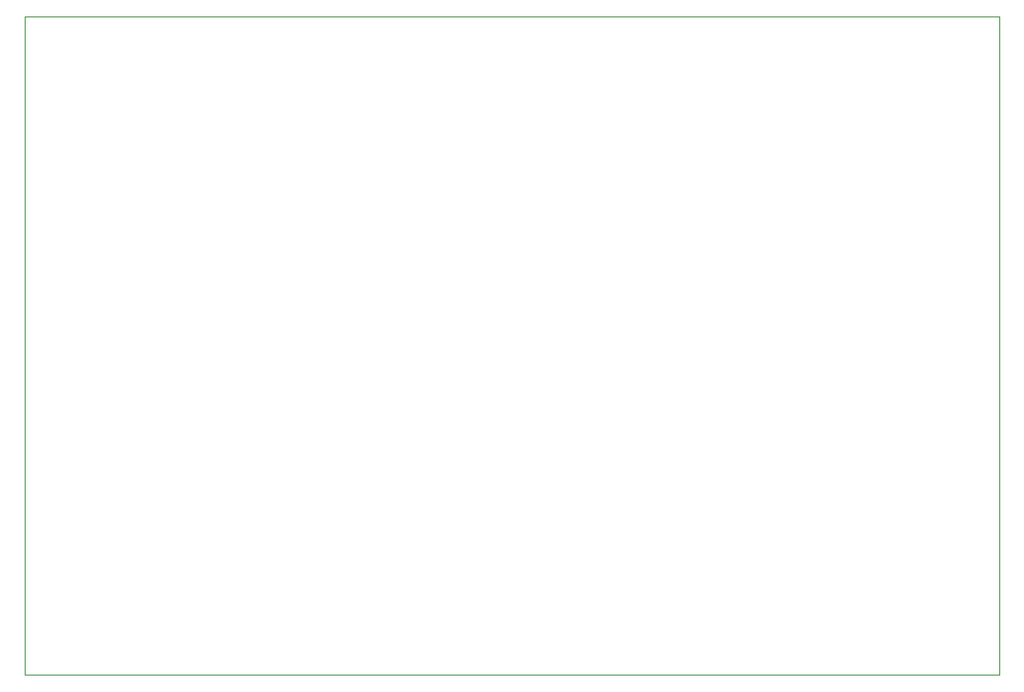
<source format=gbr>
G04 #@! TF.GenerationSoftware,KiCad,Pcbnew,7.0.7-7.0.7~ubuntu22.04.1*
G04 #@! TF.CreationDate,2023-09-13T14:17:37+02:00*
G04 #@! TF.ProjectId,electricity-meter,656c6563-7472-4696-9369-74792d6d6574,rev?*
G04 #@! TF.SameCoordinates,PX791ddc0PY791ddc0*
G04 #@! TF.FileFunction,Profile,NP*
%FSLAX46Y46*%
G04 Gerber Fmt 4.6, Leading zero omitted, Abs format (unit mm)*
G04 Created by KiCad (PCBNEW 7.0.7-7.0.7~ubuntu22.04.1) date 2023-09-13 14:17:37*
%MOMM*%
%LPD*%
G01*
G04 APERTURE LIST*
G04 #@! TA.AperFunction,Profile*
%ADD10C,0.100000*%
G04 #@! TD*
G04 APERTURE END LIST*
D10*
X0Y60960000D02*
X90170000Y60960000D01*
X90170000Y60960000D02*
X90170000Y0D01*
X90170000Y0D02*
X0Y0D01*
X0Y0D02*
X0Y60960000D01*
M02*

</source>
